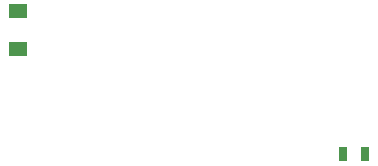
<source format=gbp>
G04 #@! TF.GenerationSoftware,KiCad,Pcbnew,(5.0.0-rc2-dev-444-g2974a2c10)*
G04 #@! TF.CreationDate,2019-09-13T20:51:01-07:00*
G04 #@! TF.ProjectId,Waveform_Gen_ADSR,57617665666F726D5F47656E5F414453,v00*
G04 #@! TF.SameCoordinates,Original*
G04 #@! TF.FileFunction,Paste,Bot*
G04 #@! TF.FilePolarity,Positive*
%FSLAX46Y46*%
G04 Gerber Fmt 4.6, Leading zero omitted, Abs format (unit mm)*
G04 Created by KiCad (PCBNEW (5.0.0-rc2-dev-444-g2974a2c10)) date 09/13/19 20:51:01*
%MOMM*%
%LPD*%
G01*
G04 APERTURE LIST*
%ADD10R,1.600000X1.200000*%
%ADD11R,0.700000X1.300000*%
G04 APERTURE END LIST*
D10*
X105591600Y-100681400D03*
X105591600Y-103881400D03*
D11*
X134935000Y-112801400D03*
X133035000Y-112801400D03*
M02*

</source>
